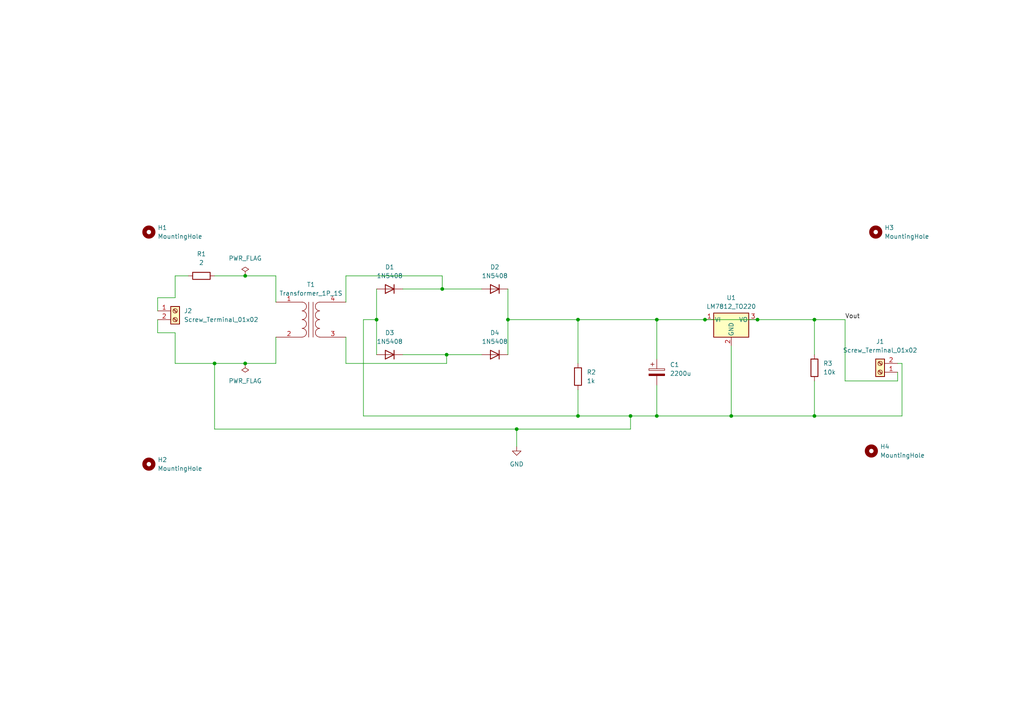
<source format=kicad_sch>
(kicad_sch
	(version 20231120)
	(generator "eeschema")
	(generator_version "8.0")
	(uuid "39f8357c-14c0-4025-bce6-8e27e204f544")
	(paper "A4")
	(title_block
		(title "12v POWER SUPPLY")
		(date "2024-08-02")
		(company "Institute of Radio Physics and Electronics; Calcutta University")
	)
	(lib_symbols
		(symbol "Connector:Screw_Terminal_01x02"
			(pin_names
				(offset 1.016) hide)
			(exclude_from_sim no)
			(in_bom yes)
			(on_board yes)
			(property "Reference" "J"
				(at 0 2.54 0)
				(effects
					(font
						(size 1.27 1.27)
					)
				)
			)
			(property "Value" "Screw_Terminal_01x02"
				(at 0 -5.08 0)
				(effects
					(font
						(size 1.27 1.27)
					)
				)
			)
			(property "Footprint" ""
				(at 0 0 0)
				(effects
					(font
						(size 1.27 1.27)
					)
					(hide yes)
				)
			)
			(property "Datasheet" "~"
				(at 0 0 0)
				(effects
					(font
						(size 1.27 1.27)
					)
					(hide yes)
				)
			)
			(property "Description" "Generic screw terminal, single row, 01x02, script generated (kicad-library-utils/schlib/autogen/connector/)"
				(at 0 0 0)
				(effects
					(font
						(size 1.27 1.27)
					)
					(hide yes)
				)
			)
			(property "ki_keywords" "screw terminal"
				(at 0 0 0)
				(effects
					(font
						(size 1.27 1.27)
					)
					(hide yes)
				)
			)
			(property "ki_fp_filters" "TerminalBlock*:*"
				(at 0 0 0)
				(effects
					(font
						(size 1.27 1.27)
					)
					(hide yes)
				)
			)
			(symbol "Screw_Terminal_01x02_1_1"
				(rectangle
					(start -1.27 1.27)
					(end 1.27 -3.81)
					(stroke
						(width 0.254)
						(type default)
					)
					(fill
						(type background)
					)
				)
				(circle
					(center 0 -2.54)
					(radius 0.635)
					(stroke
						(width 0.1524)
						(type default)
					)
					(fill
						(type none)
					)
				)
				(polyline
					(pts
						(xy -0.5334 -2.2098) (xy 0.3302 -3.048)
					)
					(stroke
						(width 0.1524)
						(type default)
					)
					(fill
						(type none)
					)
				)
				(polyline
					(pts
						(xy -0.5334 0.3302) (xy 0.3302 -0.508)
					)
					(stroke
						(width 0.1524)
						(type default)
					)
					(fill
						(type none)
					)
				)
				(polyline
					(pts
						(xy -0.3556 -2.032) (xy 0.508 -2.8702)
					)
					(stroke
						(width 0.1524)
						(type default)
					)
					(fill
						(type none)
					)
				)
				(polyline
					(pts
						(xy -0.3556 0.508) (xy 0.508 -0.3302)
					)
					(stroke
						(width 0.1524)
						(type default)
					)
					(fill
						(type none)
					)
				)
				(circle
					(center 0 0)
					(radius 0.635)
					(stroke
						(width 0.1524)
						(type default)
					)
					(fill
						(type none)
					)
				)
				(pin passive line
					(at -5.08 0 0)
					(length 3.81)
					(name "Pin_1"
						(effects
							(font
								(size 1.27 1.27)
							)
						)
					)
					(number "1"
						(effects
							(font
								(size 1.27 1.27)
							)
						)
					)
				)
				(pin passive line
					(at -5.08 -2.54 0)
					(length 3.81)
					(name "Pin_2"
						(effects
							(font
								(size 1.27 1.27)
							)
						)
					)
					(number "2"
						(effects
							(font
								(size 1.27 1.27)
							)
						)
					)
				)
			)
		)
		(symbol "Device:C_Polarized"
			(pin_numbers hide)
			(pin_names
				(offset 0.254)
			)
			(exclude_from_sim no)
			(in_bom yes)
			(on_board yes)
			(property "Reference" "C"
				(at 0.635 2.54 0)
				(effects
					(font
						(size 1.27 1.27)
					)
					(justify left)
				)
			)
			(property "Value" "C_Polarized"
				(at 0.635 -2.54 0)
				(effects
					(font
						(size 1.27 1.27)
					)
					(justify left)
				)
			)
			(property "Footprint" ""
				(at 0.9652 -3.81 0)
				(effects
					(font
						(size 1.27 1.27)
					)
					(hide yes)
				)
			)
			(property "Datasheet" "~"
				(at 0 0 0)
				(effects
					(font
						(size 1.27 1.27)
					)
					(hide yes)
				)
			)
			(property "Description" "Polarized capacitor"
				(at 0 0 0)
				(effects
					(font
						(size 1.27 1.27)
					)
					(hide yes)
				)
			)
			(property "ki_keywords" "cap capacitor"
				(at 0 0 0)
				(effects
					(font
						(size 1.27 1.27)
					)
					(hide yes)
				)
			)
			(property "ki_fp_filters" "CP_*"
				(at 0 0 0)
				(effects
					(font
						(size 1.27 1.27)
					)
					(hide yes)
				)
			)
			(symbol "C_Polarized_0_1"
				(rectangle
					(start -2.286 0.508)
					(end 2.286 1.016)
					(stroke
						(width 0)
						(type default)
					)
					(fill
						(type none)
					)
				)
				(polyline
					(pts
						(xy -1.778 2.286) (xy -0.762 2.286)
					)
					(stroke
						(width 0)
						(type default)
					)
					(fill
						(type none)
					)
				)
				(polyline
					(pts
						(xy -1.27 2.794) (xy -1.27 1.778)
					)
					(stroke
						(width 0)
						(type default)
					)
					(fill
						(type none)
					)
				)
				(rectangle
					(start 2.286 -0.508)
					(end -2.286 -1.016)
					(stroke
						(width 0)
						(type default)
					)
					(fill
						(type outline)
					)
				)
			)
			(symbol "C_Polarized_1_1"
				(pin passive line
					(at 0 3.81 270)
					(length 2.794)
					(name "~"
						(effects
							(font
								(size 1.27 1.27)
							)
						)
					)
					(number "1"
						(effects
							(font
								(size 1.27 1.27)
							)
						)
					)
				)
				(pin passive line
					(at 0 -3.81 90)
					(length 2.794)
					(name "~"
						(effects
							(font
								(size 1.27 1.27)
							)
						)
					)
					(number "2"
						(effects
							(font
								(size 1.27 1.27)
							)
						)
					)
				)
			)
		)
		(symbol "Device:R"
			(pin_numbers hide)
			(pin_names
				(offset 0)
			)
			(exclude_from_sim no)
			(in_bom yes)
			(on_board yes)
			(property "Reference" "R"
				(at 2.032 0 90)
				(effects
					(font
						(size 1.27 1.27)
					)
				)
			)
			(property "Value" "R"
				(at 0 0 90)
				(effects
					(font
						(size 1.27 1.27)
					)
				)
			)
			(property "Footprint" ""
				(at -1.778 0 90)
				(effects
					(font
						(size 1.27 1.27)
					)
					(hide yes)
				)
			)
			(property "Datasheet" "~"
				(at 0 0 0)
				(effects
					(font
						(size 1.27 1.27)
					)
					(hide yes)
				)
			)
			(property "Description" "Resistor"
				(at 0 0 0)
				(effects
					(font
						(size 1.27 1.27)
					)
					(hide yes)
				)
			)
			(property "ki_keywords" "R res resistor"
				(at 0 0 0)
				(effects
					(font
						(size 1.27 1.27)
					)
					(hide yes)
				)
			)
			(property "ki_fp_filters" "R_*"
				(at 0 0 0)
				(effects
					(font
						(size 1.27 1.27)
					)
					(hide yes)
				)
			)
			(symbol "R_0_1"
				(rectangle
					(start -1.016 -2.54)
					(end 1.016 2.54)
					(stroke
						(width 0.254)
						(type default)
					)
					(fill
						(type none)
					)
				)
			)
			(symbol "R_1_1"
				(pin passive line
					(at 0 3.81 270)
					(length 1.27)
					(name "~"
						(effects
							(font
								(size 1.27 1.27)
							)
						)
					)
					(number "1"
						(effects
							(font
								(size 1.27 1.27)
							)
						)
					)
				)
				(pin passive line
					(at 0 -3.81 90)
					(length 1.27)
					(name "~"
						(effects
							(font
								(size 1.27 1.27)
							)
						)
					)
					(number "2"
						(effects
							(font
								(size 1.27 1.27)
							)
						)
					)
				)
			)
		)
		(symbol "Device:Transformer_1P_1S"
			(pin_names
				(offset 1.016) hide)
			(exclude_from_sim no)
			(in_bom yes)
			(on_board yes)
			(property "Reference" "T"
				(at 0 6.35 0)
				(effects
					(font
						(size 1.27 1.27)
					)
				)
			)
			(property "Value" "Transformer_1P_1S"
				(at 0 -7.62 0)
				(effects
					(font
						(size 1.27 1.27)
					)
				)
			)
			(property "Footprint" ""
				(at 0 0 0)
				(effects
					(font
						(size 1.27 1.27)
					)
					(hide yes)
				)
			)
			(property "Datasheet" "~"
				(at 0 0 0)
				(effects
					(font
						(size 1.27 1.27)
					)
					(hide yes)
				)
			)
			(property "Description" "Transformer, single primary, single secondary"
				(at 0 0 0)
				(effects
					(font
						(size 1.27 1.27)
					)
					(hide yes)
				)
			)
			(property "ki_keywords" "transformer coil magnet"
				(at 0 0 0)
				(effects
					(font
						(size 1.27 1.27)
					)
					(hide yes)
				)
			)
			(symbol "Transformer_1P_1S_0_1"
				(arc
					(start -2.54 -5.0546)
					(mid -1.6599 -4.6901)
					(end -1.27 -3.81)
					(stroke
						(width 0)
						(type default)
					)
					(fill
						(type none)
					)
				)
				(arc
					(start -2.54 -2.5146)
					(mid -1.6599 -2.1501)
					(end -1.27 -1.27)
					(stroke
						(width 0)
						(type default)
					)
					(fill
						(type none)
					)
				)
				(arc
					(start -2.54 0.0254)
					(mid -1.6599 0.3899)
					(end -1.27 1.27)
					(stroke
						(width 0)
						(type default)
					)
					(fill
						(type none)
					)
				)
				(arc
					(start -2.54 2.5654)
					(mid -1.6599 2.9299)
					(end -1.27 3.81)
					(stroke
						(width 0)
						(type default)
					)
					(fill
						(type none)
					)
				)
				(arc
					(start -1.27 -3.81)
					(mid -1.642 -2.912)
					(end -2.54 -2.54)
					(stroke
						(width 0)
						(type default)
					)
					(fill
						(type none)
					)
				)
				(arc
					(start -1.27 -1.27)
					(mid -1.642 -0.372)
					(end -2.54 0)
					(stroke
						(width 0)
						(type default)
					)
					(fill
						(type none)
					)
				)
				(arc
					(start -1.27 1.27)
					(mid -1.642 2.168)
					(end -2.54 2.54)
					(stroke
						(width 0)
						(type default)
					)
					(fill
						(type none)
					)
				)
				(arc
					(start -1.27 3.81)
					(mid -1.642 4.708)
					(end -2.54 5.08)
					(stroke
						(width 0)
						(type default)
					)
					(fill
						(type none)
					)
				)
				(polyline
					(pts
						(xy -0.635 5.08) (xy -0.635 -5.08)
					)
					(stroke
						(width 0)
						(type default)
					)
					(fill
						(type none)
					)
				)
				(polyline
					(pts
						(xy 0.635 -5.08) (xy 0.635 5.08)
					)
					(stroke
						(width 0)
						(type default)
					)
					(fill
						(type none)
					)
				)
				(arc
					(start 1.2954 -1.27)
					(mid 1.6599 -2.1501)
					(end 2.54 -2.5146)
					(stroke
						(width 0)
						(type default)
					)
					(fill
						(type none)
					)
				)
				(arc
					(start 1.2954 1.27)
					(mid 1.6599 0.3899)
					(end 2.54 0.0254)
					(stroke
						(width 0)
						(type default)
					)
					(fill
						(type none)
					)
				)
				(arc
					(start 1.2954 3.81)
					(mid 1.6599 2.9299)
					(end 2.54 2.5654)
					(stroke
						(width 0)
						(type default)
					)
					(fill
						(type none)
					)
				)
				(arc
					(start 1.3208 -3.81)
					(mid 1.6853 -4.6901)
					(end 2.5654 -5.0546)
					(stroke
						(width 0)
						(type default)
					)
					(fill
						(type none)
					)
				)
				(arc
					(start 2.54 0)
					(mid 1.642 -0.372)
					(end 1.2954 -1.27)
					(stroke
						(width 0)
						(type default)
					)
					(fill
						(type none)
					)
				)
				(arc
					(start 2.54 2.54)
					(mid 1.642 2.168)
					(end 1.2954 1.27)
					(stroke
						(width 0)
						(type default)
					)
					(fill
						(type none)
					)
				)
				(arc
					(start 2.54 5.08)
					(mid 1.642 4.708)
					(end 1.2954 3.81)
					(stroke
						(width 0)
						(type default)
					)
					(fill
						(type none)
					)
				)
				(arc
					(start 2.5654 -2.54)
					(mid 1.6674 -2.912)
					(end 1.3208 -3.81)
					(stroke
						(width 0)
						(type default)
					)
					(fill
						(type none)
					)
				)
			)
			(symbol "Transformer_1P_1S_1_1"
				(pin passive line
					(at -10.16 5.08 0)
					(length 7.62)
					(name "AA"
						(effects
							(font
								(size 1.27 1.27)
							)
						)
					)
					(number "1"
						(effects
							(font
								(size 1.27 1.27)
							)
						)
					)
				)
				(pin passive line
					(at -10.16 -5.08 0)
					(length 7.62)
					(name "AB"
						(effects
							(font
								(size 1.27 1.27)
							)
						)
					)
					(number "2"
						(effects
							(font
								(size 1.27 1.27)
							)
						)
					)
				)
				(pin passive line
					(at 10.16 -5.08 180)
					(length 7.62)
					(name "SA"
						(effects
							(font
								(size 1.27 1.27)
							)
						)
					)
					(number "3"
						(effects
							(font
								(size 1.27 1.27)
							)
						)
					)
				)
				(pin passive line
					(at 10.16 5.08 180)
					(length 7.62)
					(name "SB"
						(effects
							(font
								(size 1.27 1.27)
							)
						)
					)
					(number "4"
						(effects
							(font
								(size 1.27 1.27)
							)
						)
					)
				)
			)
		)
		(symbol "Diode:1N5408"
			(pin_numbers hide)
			(pin_names hide)
			(exclude_from_sim no)
			(in_bom yes)
			(on_board yes)
			(property "Reference" "D"
				(at 0 2.54 0)
				(effects
					(font
						(size 1.27 1.27)
					)
				)
			)
			(property "Value" "1N5408"
				(at 0 -2.54 0)
				(effects
					(font
						(size 1.27 1.27)
					)
				)
			)
			(property "Footprint" "Diode_THT:D_DO-201AD_P15.24mm_Horizontal"
				(at 0 -4.445 0)
				(effects
					(font
						(size 1.27 1.27)
					)
					(hide yes)
				)
			)
			(property "Datasheet" "http://www.vishay.com/docs/88516/1n5400.pdf"
				(at 0 0 0)
				(effects
					(font
						(size 1.27 1.27)
					)
					(hide yes)
				)
			)
			(property "Description" "1000V 3A General Purpose Rectifier Diode, DO-201AD"
				(at 0 0 0)
				(effects
					(font
						(size 1.27 1.27)
					)
					(hide yes)
				)
			)
			(property "Sim.Device" "D"
				(at 0 0 0)
				(effects
					(font
						(size 1.27 1.27)
					)
					(hide yes)
				)
			)
			(property "Sim.Pins" "1=K 2=A"
				(at 0 0 0)
				(effects
					(font
						(size 1.27 1.27)
					)
					(hide yes)
				)
			)
			(property "ki_keywords" "diode"
				(at 0 0 0)
				(effects
					(font
						(size 1.27 1.27)
					)
					(hide yes)
				)
			)
			(property "ki_fp_filters" "D*DO?201AD*"
				(at 0 0 0)
				(effects
					(font
						(size 1.27 1.27)
					)
					(hide yes)
				)
			)
			(symbol "1N5408_0_1"
				(polyline
					(pts
						(xy -1.27 1.27) (xy -1.27 -1.27)
					)
					(stroke
						(width 0.254)
						(type default)
					)
					(fill
						(type none)
					)
				)
				(polyline
					(pts
						(xy 1.27 0) (xy -1.27 0)
					)
					(stroke
						(width 0)
						(type default)
					)
					(fill
						(type none)
					)
				)
				(polyline
					(pts
						(xy 1.27 1.27) (xy 1.27 -1.27) (xy -1.27 0) (xy 1.27 1.27)
					)
					(stroke
						(width 0.254)
						(type default)
					)
					(fill
						(type none)
					)
				)
			)
			(symbol "1N5408_1_1"
				(pin passive line
					(at -3.81 0 0)
					(length 2.54)
					(name "K"
						(effects
							(font
								(size 1.27 1.27)
							)
						)
					)
					(number "1"
						(effects
							(font
								(size 1.27 1.27)
							)
						)
					)
				)
				(pin passive line
					(at 3.81 0 180)
					(length 2.54)
					(name "A"
						(effects
							(font
								(size 1.27 1.27)
							)
						)
					)
					(number "2"
						(effects
							(font
								(size 1.27 1.27)
							)
						)
					)
				)
			)
		)
		(symbol "Mechanical:MountingHole"
			(pin_names
				(offset 1.016)
			)
			(exclude_from_sim yes)
			(in_bom no)
			(on_board yes)
			(property "Reference" "H"
				(at 0 5.08 0)
				(effects
					(font
						(size 1.27 1.27)
					)
				)
			)
			(property "Value" "MountingHole"
				(at 0 3.175 0)
				(effects
					(font
						(size 1.27 1.27)
					)
				)
			)
			(property "Footprint" ""
				(at 0 0 0)
				(effects
					(font
						(size 1.27 1.27)
					)
					(hide yes)
				)
			)
			(property "Datasheet" "~"
				(at 0 0 0)
				(effects
					(font
						(size 1.27 1.27)
					)
					(hide yes)
				)
			)
			(property "Description" "Mounting Hole without connection"
				(at 0 0 0)
				(effects
					(font
						(size 1.27 1.27)
					)
					(hide yes)
				)
			)
			(property "ki_keywords" "mounting hole"
				(at 0 0 0)
				(effects
					(font
						(size 1.27 1.27)
					)
					(hide yes)
				)
			)
			(property "ki_fp_filters" "MountingHole*"
				(at 0 0 0)
				(effects
					(font
						(size 1.27 1.27)
					)
					(hide yes)
				)
			)
			(symbol "MountingHole_0_1"
				(circle
					(center 0 0)
					(radius 1.27)
					(stroke
						(width 1.27)
						(type default)
					)
					(fill
						(type none)
					)
				)
			)
		)
		(symbol "Regulator_Linear:LM7812_TO220"
			(pin_names
				(offset 0.254)
			)
			(exclude_from_sim no)
			(in_bom yes)
			(on_board yes)
			(property "Reference" "U"
				(at -3.81 3.175 0)
				(effects
					(font
						(size 1.27 1.27)
					)
				)
			)
			(property "Value" "LM7812_TO220"
				(at 0 3.175 0)
				(effects
					(font
						(size 1.27 1.27)
					)
					(justify left)
				)
			)
			(property "Footprint" "Package_TO_SOT_THT:TO-220-3_Vertical"
				(at 0 5.715 0)
				(effects
					(font
						(size 1.27 1.27)
						(italic yes)
					)
					(hide yes)
				)
			)
			(property "Datasheet" "https://www.onsemi.cn/PowerSolutions/document/MC7800-D.PDF"
				(at 0 -1.27 0)
				(effects
					(font
						(size 1.27 1.27)
					)
					(hide yes)
				)
			)
			(property "Description" "Positive 1A 35V Linear Regulator, Fixed Output 12V, TO-220"
				(at 0 0 0)
				(effects
					(font
						(size 1.27 1.27)
					)
					(hide yes)
				)
			)
			(property "ki_keywords" "Voltage Regulator 1A Positive"
				(at 0 0 0)
				(effects
					(font
						(size 1.27 1.27)
					)
					(hide yes)
				)
			)
			(property "ki_fp_filters" "TO?220*"
				(at 0 0 0)
				(effects
					(font
						(size 1.27 1.27)
					)
					(hide yes)
				)
			)
			(symbol "LM7812_TO220_0_1"
				(rectangle
					(start -5.08 1.905)
					(end 5.08 -5.08)
					(stroke
						(width 0.254)
						(type default)
					)
					(fill
						(type background)
					)
				)
			)
			(symbol "LM7812_TO220_1_1"
				(pin power_in line
					(at -7.62 0 0)
					(length 2.54)
					(name "VI"
						(effects
							(font
								(size 1.27 1.27)
							)
						)
					)
					(number "1"
						(effects
							(font
								(size 1.27 1.27)
							)
						)
					)
				)
				(pin power_in line
					(at 0 -7.62 90)
					(length 2.54)
					(name "GND"
						(effects
							(font
								(size 1.27 1.27)
							)
						)
					)
					(number "2"
						(effects
							(font
								(size 1.27 1.27)
							)
						)
					)
				)
				(pin power_out line
					(at 7.62 0 180)
					(length 2.54)
					(name "VO"
						(effects
							(font
								(size 1.27 1.27)
							)
						)
					)
					(number "3"
						(effects
							(font
								(size 1.27 1.27)
							)
						)
					)
				)
			)
		)
		(symbol "power:GND"
			(power)
			(pin_numbers hide)
			(pin_names
				(offset 0) hide)
			(exclude_from_sim no)
			(in_bom yes)
			(on_board yes)
			(property "Reference" "#PWR"
				(at 0 -6.35 0)
				(effects
					(font
						(size 1.27 1.27)
					)
					(hide yes)
				)
			)
			(property "Value" "GND"
				(at 0 -3.81 0)
				(effects
					(font
						(size 1.27 1.27)
					)
				)
			)
			(property "Footprint" ""
				(at 0 0 0)
				(effects
					(font
						(size 1.27 1.27)
					)
					(hide yes)
				)
			)
			(property "Datasheet" ""
				(at 0 0 0)
				(effects
					(font
						(size 1.27 1.27)
					)
					(hide yes)
				)
			)
			(property "Description" "Power symbol creates a global label with name \"GND\" , ground"
				(at 0 0 0)
				(effects
					(font
						(size 1.27 1.27)
					)
					(hide yes)
				)
			)
			(property "ki_keywords" "global power"
				(at 0 0 0)
				(effects
					(font
						(size 1.27 1.27)
					)
					(hide yes)
				)
			)
			(symbol "GND_0_1"
				(polyline
					(pts
						(xy 0 0) (xy 0 -1.27) (xy 1.27 -1.27) (xy 0 -2.54) (xy -1.27 -1.27) (xy 0 -1.27)
					)
					(stroke
						(width 0)
						(type default)
					)
					(fill
						(type none)
					)
				)
			)
			(symbol "GND_1_1"
				(pin power_in line
					(at 0 0 270)
					(length 0)
					(name "~"
						(effects
							(font
								(size 1.27 1.27)
							)
						)
					)
					(number "1"
						(effects
							(font
								(size 1.27 1.27)
							)
						)
					)
				)
			)
		)
		(symbol "power:PWR_FLAG"
			(power)
			(pin_numbers hide)
			(pin_names
				(offset 0) hide)
			(exclude_from_sim no)
			(in_bom yes)
			(on_board yes)
			(property "Reference" "#FLG"
				(at 0 1.905 0)
				(effects
					(font
						(size 1.27 1.27)
					)
					(hide yes)
				)
			)
			(property "Value" "PWR_FLAG"
				(at 0 3.81 0)
				(effects
					(font
						(size 1.27 1.27)
					)
				)
			)
			(property "Footprint" ""
				(at 0 0 0)
				(effects
					(font
						(size 1.27 1.27)
					)
					(hide yes)
				)
			)
			(property "Datasheet" "~"
				(at 0 0 0)
				(effects
					(font
						(size 1.27 1.27)
					)
					(hide yes)
				)
			)
			(property "Description" "Special symbol for telling ERC where power comes from"
				(at 0 0 0)
				(effects
					(font
						(size 1.27 1.27)
					)
					(hide yes)
				)
			)
			(property "ki_keywords" "flag power"
				(at 0 0 0)
				(effects
					(font
						(size 1.27 1.27)
					)
					(hide yes)
				)
			)
			(symbol "PWR_FLAG_0_0"
				(pin power_out line
					(at 0 0 90)
					(length 0)
					(name "~"
						(effects
							(font
								(size 1.27 1.27)
							)
						)
					)
					(number "1"
						(effects
							(font
								(size 1.27 1.27)
							)
						)
					)
				)
			)
			(symbol "PWR_FLAG_0_1"
				(polyline
					(pts
						(xy 0 0) (xy 0 1.27) (xy -1.016 1.905) (xy 0 2.54) (xy 1.016 1.905) (xy 0 1.27)
					)
					(stroke
						(width 0)
						(type default)
					)
					(fill
						(type none)
					)
				)
			)
		)
	)
	(junction
		(at 236.22 92.71)
		(diameter 0)
		(color 0 0 0 0)
		(uuid "0b3eb17b-b201-477d-830b-896e66f40e64")
	)
	(junction
		(at 128.27 83.82)
		(diameter 0)
		(color 0 0 0 0)
		(uuid "0b5718eb-215e-4293-b09e-732f98e995a0")
	)
	(junction
		(at 71.12 80.01)
		(diameter 0)
		(color 0 0 0 0)
		(uuid "154369ed-4978-4114-905d-7229dd85ef9e")
	)
	(junction
		(at 167.64 120.65)
		(diameter 0)
		(color 0 0 0 0)
		(uuid "2c142300-b16e-45a6-9a05-8be7ece4c10f")
	)
	(junction
		(at 219.71 92.71)
		(diameter 0)
		(color 0 0 0 0)
		(uuid "30891710-2f50-4065-9f11-caaef809aeed")
	)
	(junction
		(at 236.22 120.65)
		(diameter 0)
		(color 0 0 0 0)
		(uuid "33449a80-56ff-4a63-b047-3b26f42ca2af")
	)
	(junction
		(at 212.09 120.65)
		(diameter 0)
		(color 0 0 0 0)
		(uuid "344ac10f-31f1-4677-b0aa-53a64a4e49b7")
	)
	(junction
		(at 109.22 92.71)
		(diameter 0)
		(color 0 0 0 0)
		(uuid "4528aee8-dc47-41d3-a4aa-47def9465c61")
	)
	(junction
		(at 129.54 102.87)
		(diameter 0)
		(color 0 0 0 0)
		(uuid "8edd1a0a-f4d4-40d9-b2c3-46133a4f50ad")
	)
	(junction
		(at 204.47 92.71)
		(diameter 0)
		(color 0 0 0 0)
		(uuid "99fb410d-9daf-438e-94ca-07df1a86ec74")
	)
	(junction
		(at 190.5 92.71)
		(diameter 0)
		(color 0 0 0 0)
		(uuid "9d8137af-250e-4a49-9ffa-f8936e96024e")
	)
	(junction
		(at 190.5 120.65)
		(diameter 0)
		(color 0 0 0 0)
		(uuid "9e763fbe-ce5e-43ac-9ea6-edb5223cc2cf")
	)
	(junction
		(at 167.64 92.71)
		(diameter 0)
		(color 0 0 0 0)
		(uuid "a18a3c70-6962-4c13-abd1-2765f71b6ee9")
	)
	(junction
		(at 182.88 120.65)
		(diameter 0)
		(color 0 0 0 0)
		(uuid "a7027619-5837-4acd-a94d-fee171c01935")
	)
	(junction
		(at 149.86 124.46)
		(diameter 0)
		(color 0 0 0 0)
		(uuid "c575db53-4264-40f3-8bbb-a37bd040b015")
	)
	(junction
		(at 71.12 105.41)
		(diameter 0)
		(color 0 0 0 0)
		(uuid "eee4f6f9-4cbc-4452-952f-b41b977eca9d")
	)
	(junction
		(at 62.23 105.41)
		(diameter 0)
		(color 0 0 0 0)
		(uuid "f35e00eb-53e1-4967-8fed-505277f8fdc8")
	)
	(junction
		(at 147.32 92.71)
		(diameter 0)
		(color 0 0 0 0)
		(uuid "ff0f0672-4373-4c27-a26b-edda19def784")
	)
	(wire
		(pts
			(xy 50.8 80.01) (xy 50.8 86.36)
		)
		(stroke
			(width 0)
			(type default)
		)
		(uuid "05d5ee23-da78-4656-a126-a3d2fe7f202c")
	)
	(wire
		(pts
			(xy 71.12 105.41) (xy 80.01 105.41)
		)
		(stroke
			(width 0)
			(type default)
		)
		(uuid "0abda899-7c24-4a40-a3bc-cbbfcee6b34c")
	)
	(wire
		(pts
			(xy 167.64 120.65) (xy 182.88 120.65)
		)
		(stroke
			(width 0)
			(type default)
		)
		(uuid "13859547-3134-494a-8304-02c0a1a50bd9")
	)
	(wire
		(pts
			(xy 167.64 92.71) (xy 190.5 92.71)
		)
		(stroke
			(width 0)
			(type default)
		)
		(uuid "156bc41f-5694-4ee7-846f-e60d152b05bf")
	)
	(wire
		(pts
			(xy 45.72 96.52) (xy 50.8 96.52)
		)
		(stroke
			(width 0)
			(type default)
		)
		(uuid "1660f2b3-dd89-4d3d-8f11-1be2b49dbfcf")
	)
	(wire
		(pts
			(xy 260.35 110.49) (xy 260.35 107.95)
		)
		(stroke
			(width 0)
			(type default)
		)
		(uuid "193e909e-0ec3-4ffb-a61e-8fc2a6c2db7c")
	)
	(wire
		(pts
			(xy 45.72 86.36) (xy 50.8 86.36)
		)
		(stroke
			(width 0)
			(type default)
		)
		(uuid "2566c97d-4964-4f11-b3eb-a81858706f78")
	)
	(wire
		(pts
			(xy 190.5 92.71) (xy 204.47 92.71)
		)
		(stroke
			(width 0)
			(type default)
		)
		(uuid "28a21e3b-c91a-46ee-8aba-d8f80ef0d355")
	)
	(wire
		(pts
			(xy 62.23 105.41) (xy 71.12 105.41)
		)
		(stroke
			(width 0)
			(type default)
		)
		(uuid "28d34f3b-46cf-46d9-908a-992519c9a870")
	)
	(wire
		(pts
			(xy 261.62 120.65) (xy 261.62 105.41)
		)
		(stroke
			(width 0)
			(type default)
		)
		(uuid "29b54f20-8dbb-4bb7-9788-5b4587240e97")
	)
	(wire
		(pts
			(xy 62.23 105.41) (xy 62.23 124.46)
		)
		(stroke
			(width 0)
			(type default)
		)
		(uuid "2aead7a0-3c1a-4860-94dc-c1a784fcbb0f")
	)
	(wire
		(pts
			(xy 62.23 124.46) (xy 149.86 124.46)
		)
		(stroke
			(width 0)
			(type default)
		)
		(uuid "2dbb261d-d2c6-478c-b418-0524c128f4eb")
	)
	(wire
		(pts
			(xy 236.22 120.65) (xy 261.62 120.65)
		)
		(stroke
			(width 0)
			(type default)
		)
		(uuid "2f4c0cdc-612c-496b-977f-7258719000e7")
	)
	(wire
		(pts
			(xy 212.09 100.33) (xy 212.09 120.65)
		)
		(stroke
			(width 0)
			(type default)
		)
		(uuid "31295bba-9929-4274-b40f-aad9c6032917")
	)
	(wire
		(pts
			(xy 219.71 92.71) (xy 236.22 92.71)
		)
		(stroke
			(width 0)
			(type default)
		)
		(uuid "37df5da1-00c6-4176-ad53-8f425d1f225e")
	)
	(wire
		(pts
			(xy 204.47 92.71) (xy 219.71 92.71)
		)
		(stroke
			(width 0)
			(type default)
		)
		(uuid "39391514-3a63-4968-ad23-60a899ce1974")
	)
	(wire
		(pts
			(xy 80.01 97.79) (xy 80.01 105.41)
		)
		(stroke
			(width 0)
			(type default)
		)
		(uuid "3b8e00f3-1b32-4809-a81e-90423f062b23")
	)
	(wire
		(pts
			(xy 109.22 102.87) (xy 109.22 92.71)
		)
		(stroke
			(width 0)
			(type default)
		)
		(uuid "3c608943-09ee-4a83-b9ce-46e575d1582b")
	)
	(wire
		(pts
			(xy 54.61 80.01) (xy 50.8 80.01)
		)
		(stroke
			(width 0)
			(type default)
		)
		(uuid "3f2c064a-1296-480f-88b5-1633f087c699")
	)
	(wire
		(pts
			(xy 105.41 92.71) (xy 105.41 120.65)
		)
		(stroke
			(width 0)
			(type default)
		)
		(uuid "4d167068-6a18-4621-aed3-331441b121d4")
	)
	(wire
		(pts
			(xy 261.62 105.41) (xy 260.35 105.41)
		)
		(stroke
			(width 0)
			(type default)
		)
		(uuid "4f25a1b5-fe0c-40b2-9a4f-5b42f6ea2a48")
	)
	(wire
		(pts
			(xy 45.72 92.71) (xy 45.72 96.52)
		)
		(stroke
			(width 0)
			(type default)
		)
		(uuid "55545fcf-583f-4605-82ce-3a4ecb86040e")
	)
	(wire
		(pts
			(xy 245.11 110.49) (xy 260.35 110.49)
		)
		(stroke
			(width 0)
			(type default)
		)
		(uuid "56a13ada-4a68-42ca-95b0-70f52a6b60a2")
	)
	(wire
		(pts
			(xy 45.72 90.17) (xy 45.72 86.36)
		)
		(stroke
			(width 0)
			(type default)
		)
		(uuid "58f036ca-dc15-4d5b-8484-58b708bfdded")
	)
	(wire
		(pts
			(xy 71.12 80.01) (xy 80.01 80.01)
		)
		(stroke
			(width 0)
			(type default)
		)
		(uuid "60e6ae94-7912-4cf1-9f27-2c39b3c94744")
	)
	(wire
		(pts
			(xy 212.09 120.65) (xy 236.22 120.65)
		)
		(stroke
			(width 0)
			(type default)
		)
		(uuid "6176867a-13bf-4da6-95f2-f61633f83e19")
	)
	(wire
		(pts
			(xy 100.33 80.01) (xy 128.27 80.01)
		)
		(stroke
			(width 0)
			(type default)
		)
		(uuid "64feb898-1cd8-4f62-96bc-0d6d76bf196e")
	)
	(wire
		(pts
			(xy 167.64 113.03) (xy 167.64 120.65)
		)
		(stroke
			(width 0)
			(type default)
		)
		(uuid "696198f0-bf46-4dad-820e-76c5f07b0bcf")
	)
	(wire
		(pts
			(xy 116.84 102.87) (xy 129.54 102.87)
		)
		(stroke
			(width 0)
			(type default)
		)
		(uuid "6b4a46ce-2f73-4455-8cd8-2f23c9fb690f")
	)
	(wire
		(pts
			(xy 245.11 92.71) (xy 245.11 110.49)
		)
		(stroke
			(width 0)
			(type default)
		)
		(uuid "6d2cd791-b5aa-4c4f-a0ff-81738dd939b8")
	)
	(wire
		(pts
			(xy 236.22 92.71) (xy 245.11 92.71)
		)
		(stroke
			(width 0)
			(type default)
		)
		(uuid "6fded1a5-8c50-42f6-9e01-6b774890644e")
	)
	(wire
		(pts
			(xy 128.27 83.82) (xy 128.27 80.01)
		)
		(stroke
			(width 0)
			(type default)
		)
		(uuid "73ce75ba-5152-442f-9351-3bb2a9cc376c")
	)
	(wire
		(pts
			(xy 190.5 92.71) (xy 190.5 104.14)
		)
		(stroke
			(width 0)
			(type default)
		)
		(uuid "79d90e15-a27e-4a5d-b5a0-42bdf558cbb2")
	)
	(wire
		(pts
			(xy 147.32 92.71) (xy 147.32 102.87)
		)
		(stroke
			(width 0)
			(type default)
		)
		(uuid "7b46c862-d1d4-4475-bd75-b79a16438d3e")
	)
	(wire
		(pts
			(xy 128.27 83.82) (xy 139.7 83.82)
		)
		(stroke
			(width 0)
			(type default)
		)
		(uuid "7c42e30d-3583-4722-a492-45f34c77462c")
	)
	(wire
		(pts
			(xy 190.5 111.76) (xy 190.5 120.65)
		)
		(stroke
			(width 0)
			(type default)
		)
		(uuid "7eec668c-1435-426c-b3b3-b6e11e4a40a3")
	)
	(wire
		(pts
			(xy 71.12 80.01) (xy 62.23 80.01)
		)
		(stroke
			(width 0)
			(type default)
		)
		(uuid "80f372c1-b5fc-4c80-96f1-8a4e7f6d2602")
	)
	(wire
		(pts
			(xy 236.22 92.71) (xy 236.22 102.87)
		)
		(stroke
			(width 0)
			(type default)
		)
		(uuid "82a12afe-cf47-42f2-9d72-c9def34bd801")
	)
	(wire
		(pts
			(xy 167.64 105.41) (xy 167.64 92.71)
		)
		(stroke
			(width 0)
			(type default)
		)
		(uuid "84072d77-61b0-47da-9b1c-c89fc7cc8205")
	)
	(wire
		(pts
			(xy 182.88 120.65) (xy 190.5 120.65)
		)
		(stroke
			(width 0)
			(type default)
		)
		(uuid "84c98fdf-594f-4d27-95a8-53766ea0550c")
	)
	(wire
		(pts
			(xy 80.01 80.01) (xy 80.01 87.63)
		)
		(stroke
			(width 0)
			(type default)
		)
		(uuid "9433561e-91ed-4609-a608-9fe84a51a4ec")
	)
	(wire
		(pts
			(xy 100.33 105.41) (xy 129.54 105.41)
		)
		(stroke
			(width 0)
			(type default)
		)
		(uuid "9d6c832c-e56e-465d-b14f-8886eee47229")
	)
	(wire
		(pts
			(xy 129.54 102.87) (xy 129.54 105.41)
		)
		(stroke
			(width 0)
			(type default)
		)
		(uuid "a2bbb1ae-fc8b-42b6-b127-6ee7685355b5")
	)
	(wire
		(pts
			(xy 182.88 124.46) (xy 182.88 120.65)
		)
		(stroke
			(width 0)
			(type default)
		)
		(uuid "b2a671af-ff4c-43b2-b95a-2b955408f555")
	)
	(wire
		(pts
			(xy 105.41 120.65) (xy 167.64 120.65)
		)
		(stroke
			(width 0)
			(type default)
		)
		(uuid "b8ab8591-4d54-45ea-96ea-91c8027715d8")
	)
	(wire
		(pts
			(xy 50.8 105.41) (xy 62.23 105.41)
		)
		(stroke
			(width 0)
			(type default)
		)
		(uuid "b92e93f3-bef2-43d3-90c1-3559ca471eef")
	)
	(wire
		(pts
			(xy 149.86 124.46) (xy 182.88 124.46)
		)
		(stroke
			(width 0)
			(type default)
		)
		(uuid "ba00c975-2753-40e8-9f59-41983ae75485")
	)
	(wire
		(pts
			(xy 147.32 83.82) (xy 147.32 92.71)
		)
		(stroke
			(width 0)
			(type default)
		)
		(uuid "ba83ebb6-b10d-4ee0-ae10-7c8ac024a64b")
	)
	(wire
		(pts
			(xy 50.8 96.52) (xy 50.8 105.41)
		)
		(stroke
			(width 0)
			(type default)
		)
		(uuid "c1b14d0c-1548-4a58-ac82-d7a53a84ca3b")
	)
	(wire
		(pts
			(xy 147.32 92.71) (xy 167.64 92.71)
		)
		(stroke
			(width 0)
			(type default)
		)
		(uuid "c458c940-9336-4dfa-920c-754d53db7258")
	)
	(wire
		(pts
			(xy 109.22 92.71) (xy 109.22 83.82)
		)
		(stroke
			(width 0)
			(type default)
		)
		(uuid "d5883358-e2d9-486a-832c-117fdc25b1fd")
	)
	(wire
		(pts
			(xy 236.22 110.49) (xy 236.22 120.65)
		)
		(stroke
			(width 0)
			(type default)
		)
		(uuid "e27289b0-be6c-4b02-afbd-a7848b2ee71f")
	)
	(wire
		(pts
			(xy 149.86 124.46) (xy 149.86 129.54)
		)
		(stroke
			(width 0)
			(type default)
		)
		(uuid "ed0d0585-a36e-44b8-8806-4d9560b1c97e")
	)
	(wire
		(pts
			(xy 129.54 102.87) (xy 139.7 102.87)
		)
		(stroke
			(width 0)
			(type default)
		)
		(uuid "f4127419-08e3-4111-92c1-92e963e2d427")
	)
	(wire
		(pts
			(xy 190.5 120.65) (xy 212.09 120.65)
		)
		(stroke
			(width 0)
			(type default)
		)
		(uuid "f4357dbd-e991-46b5-a6b3-ac4156a3a2a7")
	)
	(wire
		(pts
			(xy 100.33 80.01) (xy 100.33 87.63)
		)
		(stroke
			(width 0)
			(type default)
		)
		(uuid "f60b71ca-562b-4c98-88de-efd4c241def5")
	)
	(wire
		(pts
			(xy 116.84 83.82) (xy 128.27 83.82)
		)
		(stroke
			(width 0)
			(type default)
		)
		(uuid "f8a69f97-140f-42f1-aac2-d04a3ee65727")
	)
	(wire
		(pts
			(xy 100.33 97.79) (xy 100.33 105.41)
		)
		(stroke
			(width 0)
			(type default)
		)
		(uuid "fb6dc3b6-c5ff-4e97-b5a9-988aa3a03c5e")
	)
	(wire
		(pts
			(xy 109.22 92.71) (xy 105.41 92.71)
		)
		(stroke
			(width 0)
			(type default)
		)
		(uuid "ffb65c88-8904-49f8-927b-6626157690cf")
	)
	(label "Vout"
		(at 245.11 92.71 0)
		(fields_autoplaced yes)
		(effects
			(font
				(size 1.27 1.27)
			)
			(justify left bottom)
		)
		(uuid "40fb5e20-a9b1-4a19-819d-f75ea5d4fbfc")
	)
	(symbol
		(lib_id "Diode:1N5408")
		(at 113.03 83.82 180)
		(unit 1)
		(exclude_from_sim no)
		(in_bom yes)
		(on_board yes)
		(dnp no)
		(uuid "0eef246d-b903-401e-bb09-17a3bfa68217")
		(property "Reference" "D1"
			(at 113.03 77.47 0)
			(effects
				(font
					(size 1.27 1.27)
				)
			)
		)
		(property "Value" "1N5408"
			(at 113.03 80.01 0)
			(effects
				(font
					(size 1.27 1.27)
				)
			)
		)
		(property "Footprint" "Diode_THT:D_DO-201AD_P15.24mm_Horizontal"
			(at 113.03 79.375 0)
			(effects
				(font
					(size 1.27 1.27)
				)
				(hide yes)
			)
		)
		(property "Datasheet" "http://www.vishay.com/docs/88516/1n5400.pdf"
			(at 113.03 83.82 0)
			(effects
				(font
					(size 1.27 1.27)
				)
				(hide yes)
			)
		)
		(property "Description" "1000V 3A General Purpose Rectifier Diode, DO-201AD"
			(at 113.03 83.82 0)
			(effects
				(font
					(size 1.27 1.27)
				)
				(hide yes)
			)
		)
		(property "Sim.Device" "D"
			(at 113.03 83.82 0)
			(effects
				(font
					(size 1.27 1.27)
				)
				(hide yes)
			)
		)
		(property "Sim.Pins" "1=K 2=A"
			(at 113.03 83.82 0)
			(effects
				(font
					(size 1.27 1.27)
				)
				(hide yes)
			)
		)
		(pin "1"
			(uuid "b1e5cc32-2469-4bdd-93e2-42f27ac9d6a3")
		)
		(pin "2"
			(uuid "9424c5e5-c61f-4181-9f88-289a73325668")
		)
		(instances
			(project ""
				(path "/39f8357c-14c0-4025-bce6-8e27e204f544"
					(reference "D1")
					(unit 1)
				)
			)
		)
	)
	(symbol
		(lib_id "Regulator_Linear:LM7812_TO220")
		(at 212.09 92.71 0)
		(unit 1)
		(exclude_from_sim no)
		(in_bom yes)
		(on_board yes)
		(dnp no)
		(fields_autoplaced yes)
		(uuid "114eba97-d440-4b7d-80f8-56f919f9cdd9")
		(property "Reference" "U1"
			(at 212.09 86.36 0)
			(effects
				(font
					(size 1.27 1.27)
				)
			)
		)
		(property "Value" "LM7812_TO220"
			(at 212.09 88.9 0)
			(effects
				(font
					(size 1.27 1.27)
				)
			)
		)
		(property "Footprint" "Package_TO_SOT_THT:TO-220-3_Vertical"
			(at 212.09 86.995 0)
			(effects
				(font
					(size 1.27 1.27)
					(italic yes)
				)
				(hide yes)
			)
		)
		(property "Datasheet" "https://www.onsemi.cn/PowerSolutions/document/MC7800-D.PDF"
			(at 212.09 93.98 0)
			(effects
				(font
					(size 1.27 1.27)
				)
				(hide yes)
			)
		)
		(property "Description" "Positive 1A 35V Linear Regulator, Fixed Output 12V, TO-220"
			(at 212.09 92.71 0)
			(effects
				(font
					(size 1.27 1.27)
				)
				(hide yes)
			)
		)
		(pin "3"
			(uuid "9d24f9c8-8192-4e85-aadd-fa441331a76c")
		)
		(pin "2"
			(uuid "37c2a6a3-e9fa-4d5a-acaa-697901297fc3")
		)
		(pin "1"
			(uuid "e8aac354-cbef-42a5-8b09-ec6af65ecb6f")
		)
		(instances
			(project ""
				(path "/39f8357c-14c0-4025-bce6-8e27e204f544"
					(reference "U1")
					(unit 1)
				)
			)
		)
	)
	(symbol
		(lib_id "Device:C_Polarized")
		(at 190.5 107.95 0)
		(unit 1)
		(exclude_from_sim no)
		(in_bom yes)
		(on_board yes)
		(dnp no)
		(fields_autoplaced yes)
		(uuid "132760f3-e3f0-4e09-9555-2bed83c5d934")
		(property "Reference" "C1"
			(at 194.31 105.7909 0)
			(effects
				(font
					(size 1.27 1.27)
				)
				(justify left)
			)
		)
		(property "Value" "2200u"
			(at 194.31 108.3309 0)
			(effects
				(font
					(size 1.27 1.27)
				)
				(justify left)
			)
		)
		(property "Footprint" "Capacitor_THT:CP_Radial_D8.0mm_P3.50mm"
			(at 191.4652 111.76 0)
			(effects
				(font
					(size 1.27 1.27)
				)
				(hide yes)
			)
		)
		(property "Datasheet" "~"
			(at 190.5 107.95 0)
			(effects
				(font
					(size 1.27 1.27)
				)
				(hide yes)
			)
		)
		(property "Description" "Polarized capacitor"
			(at 190.5 107.95 0)
			(effects
				(font
					(size 1.27 1.27)
				)
				(hide yes)
			)
		)
		(pin "1"
			(uuid "0ac57466-622a-43a2-9e81-e2255dc3c27e")
		)
		(pin "2"
			(uuid "d0d799b2-daf0-46bf-b5e3-14c4775ea404")
		)
		(instances
			(project ""
				(path "/39f8357c-14c0-4025-bce6-8e27e204f544"
					(reference "C1")
					(unit 1)
				)
			)
		)
	)
	(symbol
		(lib_id "power:PWR_FLAG")
		(at 71.12 80.01 0)
		(unit 1)
		(exclude_from_sim no)
		(in_bom yes)
		(on_board yes)
		(dnp no)
		(fields_autoplaced yes)
		(uuid "153690a9-2642-424f-a069-752d1870a466")
		(property "Reference" "#FLG01"
			(at 71.12 78.105 0)
			(effects
				(font
					(size 1.27 1.27)
				)
				(hide yes)
			)
		)
		(property "Value" "PWR_FLAG"
			(at 71.12 74.93 0)
			(effects
				(font
					(size 1.27 1.27)
				)
			)
		)
		(property "Footprint" ""
			(at 71.12 80.01 0)
			(effects
				(font
					(size 1.27 1.27)
				)
				(hide yes)
			)
		)
		(property "Datasheet" "~"
			(at 71.12 80.01 0)
			(effects
				(font
					(size 1.27 1.27)
				)
				(hide yes)
			)
		)
		(property "Description" "Special symbol for telling ERC where power comes from"
			(at 71.12 80.01 0)
			(effects
				(font
					(size 1.27 1.27)
				)
				(hide yes)
			)
		)
		(pin "1"
			(uuid "2db9a6e7-6791-44f8-8c55-22eea65a4a54")
		)
		(instances
			(project ""
				(path "/39f8357c-14c0-4025-bce6-8e27e204f544"
					(reference "#FLG01")
					(unit 1)
				)
			)
		)
	)
	(symbol
		(lib_id "Connector:Screw_Terminal_01x02")
		(at 50.8 90.17 0)
		(unit 1)
		(exclude_from_sim no)
		(in_bom yes)
		(on_board yes)
		(dnp no)
		(fields_autoplaced yes)
		(uuid "1d392e89-1a3f-4b4f-b339-9287979d1789")
		(property "Reference" "J2"
			(at 53.34 90.1699 0)
			(effects
				(font
					(size 1.27 1.27)
				)
				(justify left)
			)
		)
		(property "Value" "Screw_Terminal_01x02"
			(at 53.34 92.7099 0)
			(effects
				(font
					(size 1.27 1.27)
				)
				(justify left)
			)
		)
		(property "Footprint" "TerminalBlock:TerminalBlock_bornier-2_P5.08mm"
			(at 50.8 90.17 0)
			(effects
				(font
					(size 1.27 1.27)
				)
				(hide yes)
			)
		)
		(property "Datasheet" "~"
			(at 50.8 90.17 0)
			(effects
				(font
					(size 1.27 1.27)
				)
				(hide yes)
			)
		)
		(property "Description" "Generic screw terminal, single row, 01x02, script generated (kicad-library-utils/schlib/autogen/connector/)"
			(at 50.8 90.17 0)
			(effects
				(font
					(size 1.27 1.27)
				)
				(hide yes)
			)
		)
		(pin "2"
			(uuid "391262aa-2cc0-4b1b-b533-a9d24b77e0c8")
		)
		(pin "1"
			(uuid "224ca859-68ed-4b83-80fc-4354ed19e715")
		)
		(instances
			(project ""
				(path "/39f8357c-14c0-4025-bce6-8e27e204f544"
					(reference "J2")
					(unit 1)
				)
			)
		)
	)
	(symbol
		(lib_id "Diode:1N5408")
		(at 143.51 83.82 180)
		(unit 1)
		(exclude_from_sim no)
		(in_bom yes)
		(on_board yes)
		(dnp no)
		(fields_autoplaced yes)
		(uuid "33364468-bf4d-410b-b195-587094fdd700")
		(property "Reference" "D2"
			(at 143.51 77.47 0)
			(effects
				(font
					(size 1.27 1.27)
				)
			)
		)
		(property "Value" "1N5408"
			(at 143.51 80.01 0)
			(effects
				(font
					(size 1.27 1.27)
				)
			)
		)
		(property "Footprint" "Diode_THT:D_DO-201AD_P15.24mm_Horizontal"
			(at 143.51 79.375 0)
			(effects
				(font
					(size 1.27 1.27)
				)
				(hide yes)
			)
		)
		(property "Datasheet" "http://www.vishay.com/docs/88516/1n5400.pdf"
			(at 143.51 83.82 0)
			(effects
				(font
					(size 1.27 1.27)
				)
				(hide yes)
			)
		)
		(property "Description" "1000V 3A General Purpose Rectifier Diode, DO-201AD"
			(at 143.51 83.82 0)
			(effects
				(font
					(size 1.27 1.27)
				)
				(hide yes)
			)
		)
		(property "Sim.Device" "D"
			(at 143.51 83.82 0)
			(effects
				(font
					(size 1.27 1.27)
				)
				(hide yes)
			)
		)
		(property "Sim.Pins" "1=K 2=A"
			(at 143.51 83.82 0)
			(effects
				(font
					(size 1.27 1.27)
				)
				(hide yes)
			)
		)
		(pin "2"
			(uuid "cd8265c8-a57b-4b8b-95ea-5443154a900c")
		)
		(pin "1"
			(uuid "83bad6b0-0ee7-4977-8e30-8f4b79efe429")
		)
		(instances
			(project ""
				(path "/39f8357c-14c0-4025-bce6-8e27e204f544"
					(reference "D2")
					(unit 1)
				)
			)
		)
	)
	(symbol
		(lib_id "Connector:Screw_Terminal_01x02")
		(at 255.27 107.95 180)
		(unit 1)
		(exclude_from_sim no)
		(in_bom yes)
		(on_board yes)
		(dnp no)
		(fields_autoplaced yes)
		(uuid "3531647f-f000-4c96-94bd-eed0eeae10bf")
		(property "Reference" "J1"
			(at 255.27 99.06 0)
			(effects
				(font
					(size 1.27 1.27)
				)
			)
		)
		(property "Value" "Screw_Terminal_01x02"
			(at 255.27 101.6 0)
			(effects
				(font
					(size 1.27 1.27)
				)
			)
		)
		(property "Footprint" "TerminalBlock:TerminalBlock_bornier-2_P5.08mm"
			(at 255.27 107.95 0)
			(effects
				(font
					(size 1.27 1.27)
				)
				(hide yes)
			)
		)
		(property "Datasheet" "~"
			(at 255.27 107.95 0)
			(effects
				(font
					(size 1.27 1.27)
				)
				(hide yes)
			)
		)
		(property "Description" "Generic screw terminal, single row, 01x02, script generated (kicad-library-utils/schlib/autogen/connector/)"
			(at 255.27 107.95 0)
			(effects
				(font
					(size 1.27 1.27)
				)
				(hide yes)
			)
		)
		(pin "2"
			(uuid "c88e99df-df9b-4303-a67d-66ee970c957f")
		)
		(pin "1"
			(uuid "cb03c462-3cb8-4b75-804a-df07be63873d")
		)
		(instances
			(project ""
				(path "/39f8357c-14c0-4025-bce6-8e27e204f544"
					(reference "J1")
					(unit 1)
				)
			)
		)
	)
	(symbol
		(lib_id "Diode:1N5408")
		(at 143.51 102.87 180)
		(unit 1)
		(exclude_from_sim no)
		(in_bom yes)
		(on_board yes)
		(dnp no)
		(fields_autoplaced yes)
		(uuid "3ea960ec-6cfc-44d8-ba87-a8c116900ce9")
		(property "Reference" "D4"
			(at 143.51 96.52 0)
			(effects
				(font
					(size 1.27 1.27)
				)
			)
		)
		(property "Value" "1N5408"
			(at 143.51 99.06 0)
			(effects
				(font
					(size 1.27 1.27)
				)
			)
		)
		(property "Footprint" "Diode_THT:D_DO-201AD_P15.24mm_Horizontal"
			(at 143.51 98.425 0)
			(effects
				(font
					(size 1.27 1.27)
				)
				(hide yes)
			)
		)
		(property "Datasheet" "http://www.vishay.com/docs/88516/1n5400.pdf"
			(at 143.51 102.87 0)
			(effects
				(font
					(size 1.27 1.27)
				)
				(hide yes)
			)
		)
		(property "Description" "1000V 3A General Purpose Rectifier Diode, DO-201AD"
			(at 143.51 102.87 0)
			(effects
				(font
					(size 1.27 1.27)
				)
				(hide yes)
			)
		)
		(property "Sim.Device" "D"
			(at 143.51 102.87 0)
			(effects
				(font
					(size 1.27 1.27)
				)
				(hide yes)
			)
		)
		(property "Sim.Pins" "1=K 2=A"
			(at 143.51 102.87 0)
			(effects
				(font
					(size 1.27 1.27)
				)
				(hide yes)
			)
		)
		(pin "1"
			(uuid "87c6ecd7-6804-4fc5-87bd-475853bedbdb")
		)
		(pin "2"
			(uuid "8d1aa480-a131-46af-9289-fdbea2bf47ec")
		)
		(instances
			(project ""
				(path "/39f8357c-14c0-4025-bce6-8e27e204f544"
					(reference "D4")
					(unit 1)
				)
			)
		)
	)
	(symbol
		(lib_id "Mechanical:MountingHole")
		(at 43.18 67.31 0)
		(unit 1)
		(exclude_from_sim yes)
		(in_bom no)
		(on_board yes)
		(dnp no)
		(fields_autoplaced yes)
		(uuid "6126d10a-2483-4a49-8bf3-34d68496d31c")
		(property "Reference" "H1"
			(at 45.72 66.0399 0)
			(effects
				(font
					(size 1.27 1.27)
				)
				(justify left)
			)
		)
		(property "Value" "MountingHole"
			(at 45.72 68.5799 0)
			(effects
				(font
					(size 1.27 1.27)
				)
				(justify left)
			)
		)
		(property "Footprint" "MountingHole:MountingHole_2.1mm"
			(at 43.18 67.31 0)
			(effects
				(font
					(size 1.27 1.27)
				)
				(hide yes)
			)
		)
		(property "Datasheet" "~"
			(at 43.18 67.31 0)
			(effects
				(font
					(size 1.27 1.27)
				)
				(hide yes)
			)
		)
		(property "Description" "Mounting Hole without connection"
			(at 43.18 67.31 0)
			(effects
				(font
					(size 1.27 1.27)
				)
				(hide yes)
			)
		)
		(instances
			(project ""
				(path "/39f8357c-14c0-4025-bce6-8e27e204f544"
					(reference "H1")
					(unit 1)
				)
			)
		)
	)
	(symbol
		(lib_id "Device:Transformer_1P_1S")
		(at 90.17 92.71 0)
		(unit 1)
		(exclude_from_sim no)
		(in_bom yes)
		(on_board yes)
		(dnp no)
		(fields_autoplaced yes)
		(uuid "84217a99-3c4f-427e-935f-15be503b1f71")
		(property "Reference" "T1"
			(at 90.1827 82.55 0)
			(effects
				(font
					(size 1.27 1.27)
				)
			)
		)
		(property "Value" "Transformer_1P_1S"
			(at 90.1827 85.09 0)
			(effects
				(font
					(size 1.27 1.27)
				)
			)
		)
		(property "Footprint" "Transformer_SMD:Transformer_Coilcraft_CST1"
			(at 90.17 92.71 0)
			(effects
				(font
					(size 1.27 1.27)
				)
				(hide yes)
			)
		)
		(property "Datasheet" "~"
			(at 90.17 92.71 0)
			(effects
				(font
					(size 1.27 1.27)
				)
				(hide yes)
			)
		)
		(property "Description" "Transformer, single primary, single secondary"
			(at 90.17 92.71 0)
			(effects
				(font
					(size 1.27 1.27)
				)
				(hide yes)
			)
		)
		(pin "4"
			(uuid "bd4440a9-ab93-40a9-93b4-a439c8c8caac")
		)
		(pin "2"
			(uuid "3a0947f5-26b4-4346-96f9-af6e6c17ea27")
		)
		(pin "1"
			(uuid "a07bbcd8-a202-469e-9fe7-97db1e37e8d0")
		)
		(pin "3"
			(uuid "6696474f-9580-445c-9f5b-858b587298ae")
		)
		(instances
			(project ""
				(path "/39f8357c-14c0-4025-bce6-8e27e204f544"
					(reference "T1")
					(unit 1)
				)
			)
		)
	)
	(symbol
		(lib_id "Mechanical:MountingHole")
		(at 252.73 130.81 0)
		(unit 1)
		(exclude_from_sim yes)
		(in_bom no)
		(on_board yes)
		(dnp no)
		(fields_autoplaced yes)
		(uuid "8d109cb4-f1c1-4d69-89b2-63a75fa8606b")
		(property "Reference" "H4"
			(at 255.27 129.5399 0)
			(effects
				(font
					(size 1.27 1.27)
				)
				(justify left)
			)
		)
		(property "Value" "MountingHole"
			(at 255.27 132.0799 0)
			(effects
				(font
					(size 1.27 1.27)
				)
				(justify left)
			)
		)
		(property "Footprint" "MountingHole:MountingHole_2.1mm"
			(at 252.73 130.81 0)
			(effects
				(font
					(size 1.27 1.27)
				)
				(hide yes)
			)
		)
		(property "Datasheet" "~"
			(at 252.73 130.81 0)
			(effects
				(font
					(size 1.27 1.27)
				)
				(hide yes)
			)
		)
		(property "Description" "Mounting Hole without connection"
			(at 252.73 130.81 0)
			(effects
				(font
					(size 1.27 1.27)
				)
				(hide yes)
			)
		)
		(instances
			(project ""
				(path "/39f8357c-14c0-4025-bce6-8e27e204f544"
					(reference "H4")
					(unit 1)
				)
			)
		)
	)
	(symbol
		(lib_id "power:PWR_FLAG")
		(at 71.12 105.41 180)
		(unit 1)
		(exclude_from_sim no)
		(in_bom yes)
		(on_board yes)
		(dnp no)
		(fields_autoplaced yes)
		(uuid "b1f34b8f-09f6-4b78-9a9f-bedb26918bc1")
		(property "Reference" "#FLG02"
			(at 71.12 107.315 0)
			(effects
				(font
					(size 1.27 1.27)
				)
				(hide yes)
			)
		)
		(property "Value" "PWR_FLAG"
			(at 71.12 110.49 0)
			(effects
				(font
					(size 1.27 1.27)
				)
			)
		)
		(property "Footprint" ""
			(at 71.12 105.41 0)
			(effects
				(font
					(size 1.27 1.27)
				)
				(hide yes)
			)
		)
		(property "Datasheet" "~"
			(at 71.12 105.41 0)
			(effects
				(font
					(size 1.27 1.27)
				)
				(hide yes)
			)
		)
		(property "Description" "Special symbol for telling ERC where power comes from"
			(at 71.12 105.41 0)
			(effects
				(font
					(size 1.27 1.27)
				)
				(hide yes)
			)
		)
		(pin "1"
			(uuid "be51112a-1d9b-417b-bcee-72d1ac4e8eca")
		)
		(instances
			(project ""
				(path "/39f8357c-14c0-4025-bce6-8e27e204f544"
					(reference "#FLG02")
					(unit 1)
				)
			)
		)
	)
	(symbol
		(lib_id "Mechanical:MountingHole")
		(at 254 67.31 0)
		(unit 1)
		(exclude_from_sim yes)
		(in_bom no)
		(on_board yes)
		(dnp no)
		(fields_autoplaced yes)
		(uuid "c6fd6a81-6e1d-46de-87c4-8b52f4319960")
		(property "Reference" "H3"
			(at 256.54 66.0399 0)
			(effects
				(font
					(size 1.27 1.27)
				)
				(justify left)
			)
		)
		(property "Value" "MountingHole"
			(at 256.54 68.5799 0)
			(effects
				(font
					(size 1.27 1.27)
				)
				(justify left)
			)
		)
		(property "Footprint" "MountingHole:MountingHole_2.1mm"
			(at 254 67.31 0)
			(effects
				(font
					(size 1.27 1.27)
				)
				(hide yes)
			)
		)
		(property "Datasheet" "~"
			(at 254 67.31 0)
			(effects
				(font
					(size 1.27 1.27)
				)
				(hide yes)
			)
		)
		(property "Description" "Mounting Hole without connection"
			(at 254 67.31 0)
			(effects
				(font
					(size 1.27 1.27)
				)
				(hide yes)
			)
		)
		(instances
			(project ""
				(path "/39f8357c-14c0-4025-bce6-8e27e204f544"
					(reference "H3")
					(unit 1)
				)
			)
		)
	)
	(symbol
		(lib_id "Mechanical:MountingHole")
		(at 43.18 134.62 0)
		(unit 1)
		(exclude_from_sim yes)
		(in_bom no)
		(on_board yes)
		(dnp no)
		(fields_autoplaced yes)
		(uuid "e4bb2673-6810-4d2d-a30a-c26071edf6de")
		(property "Reference" "H2"
			(at 45.72 133.3499 0)
			(effects
				(font
					(size 1.27 1.27)
				)
				(justify left)
			)
		)
		(property "Value" "MountingHole"
			(at 45.72 135.8899 0)
			(effects
				(font
					(size 1.27 1.27)
				)
				(justify left)
			)
		)
		(property "Footprint" "MountingHole:MountingHole_2.1mm"
			(at 43.18 134.62 0)
			(effects
				(font
					(size 1.27 1.27)
				)
				(hide yes)
			)
		)
		(property "Datasheet" "~"
			(at 43.18 134.62 0)
			(effects
				(font
					(size 1.27 1.27)
				)
				(hide yes)
			)
		)
		(property "Description" "Mounting Hole without connection"
			(at 43.18 134.62 0)
			(effects
				(font
					(size 1.27 1.27)
				)
				(hide yes)
			)
		)
		(instances
			(project ""
				(path "/39f8357c-14c0-4025-bce6-8e27e204f544"
					(reference "H2")
					(unit 1)
				)
			)
		)
	)
	(symbol
		(lib_id "Device:R")
		(at 236.22 106.68 0)
		(unit 1)
		(exclude_from_sim no)
		(in_bom yes)
		(on_board yes)
		(dnp no)
		(fields_autoplaced yes)
		(uuid "e7177aaa-45bd-4cf8-93ba-47a43344d9ba")
		(property "Reference" "R3"
			(at 238.76 105.4099 0)
			(effects
				(font
					(size 1.27 1.27)
				)
				(justify left)
			)
		)
		(property "Value" "10k"
			(at 238.76 107.9499 0)
			(effects
				(font
					(size 1.27 1.27)
				)
				(justify left)
			)
		)
		(property "Footprint" "Resistor_THT:R_Axial_DIN0309_L9.0mm_D3.2mm_P12.70mm_Horizontal"
			(at 234.442 106.68 90)
			(effects
				(font
					(size 1.27 1.27)
				)
				(hide yes)
			)
		)
		(property "Datasheet" "~"
			(at 236.22 106.68 0)
			(effects
				(font
					(size 1.27 1.27)
				)
				(hide yes)
			)
		)
		(property "Description" "Resistor"
			(at 236.22 106.68 0)
			(effects
				(font
					(size 1.27 1.27)
				)
				(hide yes)
			)
		)
		(pin "2"
			(uuid "f5f5ee3a-7582-4f43-8c0e-addfd47d7977")
		)
		(pin "1"
			(uuid "23758852-716c-42be-8094-638b66428da3")
		)
		(instances
			(project ""
				(path "/39f8357c-14c0-4025-bce6-8e27e204f544"
					(reference "R3")
					(unit 1)
				)
			)
		)
	)
	(symbol
		(lib_id "Device:R")
		(at 167.64 109.22 0)
		(unit 1)
		(exclude_from_sim no)
		(in_bom yes)
		(on_board yes)
		(dnp no)
		(fields_autoplaced yes)
		(uuid "e8cff6e9-d9f5-432e-a04a-de4054994c9f")
		(property "Reference" "R2"
			(at 170.18 107.9499 0)
			(effects
				(font
					(size 1.27 1.27)
				)
				(justify left)
			)
		)
		(property "Value" "1k"
			(at 170.18 110.4899 0)
			(effects
				(font
					(size 1.27 1.27)
				)
				(justify left)
			)
		)
		(property "Footprint" "Resistor_THT:R_Axial_DIN0309_L9.0mm_D3.2mm_P12.70mm_Horizontal"
			(at 165.862 109.22 90)
			(effects
				(font
					(size 1.27 1.27)
				)
				(hide yes)
			)
		)
		(property "Datasheet" "~"
			(at 167.64 109.22 0)
			(effects
				(font
					(size 1.27 1.27)
				)
				(hide yes)
			)
		)
		(property "Description" "Resistor"
			(at 167.64 109.22 0)
			(effects
				(font
					(size 1.27 1.27)
				)
				(hide yes)
			)
		)
		(pin "2"
			(uuid "592d455d-3b9b-4a5c-b8a3-d08d7250622b")
		)
		(pin "1"
			(uuid "c83960cb-e040-4de8-be9e-51705e261a11")
		)
		(instances
			(project ""
				(path "/39f8357c-14c0-4025-bce6-8e27e204f544"
					(reference "R2")
					(unit 1)
				)
			)
		)
	)
	(symbol
		(lib_id "Diode:1N5408")
		(at 113.03 102.87 180)
		(unit 1)
		(exclude_from_sim no)
		(in_bom yes)
		(on_board yes)
		(dnp no)
		(fields_autoplaced yes)
		(uuid "efa07cdf-b64e-40ed-a903-990aef159b4f")
		(property "Reference" "D3"
			(at 113.03 96.52 0)
			(effects
				(font
					(size 1.27 1.27)
				)
			)
		)
		(property "Value" "1N5408"
			(at 113.03 99.06 0)
			(effects
				(font
					(size 1.27 1.27)
				)
			)
		)
		(property "Footprint" "Diode_THT:D_DO-201AD_P15.24mm_Horizontal"
			(at 113.03 98.425 0)
			(effects
				(font
					(size 1.27 1.27)
				)
				(hide yes)
			)
		)
		(property "Datasheet" "http://www.vishay.com/docs/88516/1n5400.pdf"
			(at 113.03 102.87 0)
			(effects
				(font
					(size 1.27 1.27)
				)
				(hide yes)
			)
		)
		(property "Description" "1000V 3A General Purpose Rectifier Diode, DO-201AD"
			(at 113.03 102.87 0)
			(effects
				(font
					(size 1.27 1.27)
				)
				(hide yes)
			)
		)
		(property "Sim.Device" "D"
			(at 113.03 102.87 0)
			(effects
				(font
					(size 1.27 1.27)
				)
				(hide yes)
			)
		)
		(property "Sim.Pins" "1=K 2=A"
			(at 113.03 102.87 0)
			(effects
				(font
					(size 1.27 1.27)
				)
				(hide yes)
			)
		)
		(pin "2"
			(uuid "020efb20-6720-437d-b324-96cffe1fd425")
		)
		(pin "1"
			(uuid "a72039a3-def3-4d8f-a077-801bc1e83e0a")
		)
		(instances
			(project ""
				(path "/39f8357c-14c0-4025-bce6-8e27e204f544"
					(reference "D3")
					(unit 1)
				)
			)
		)
	)
	(symbol
		(lib_id "Device:R")
		(at 58.42 80.01 90)
		(unit 1)
		(exclude_from_sim no)
		(in_bom yes)
		(on_board yes)
		(dnp no)
		(fields_autoplaced yes)
		(uuid "f1586801-a865-47ad-80c7-63285a5dd43c")
		(property "Reference" "R1"
			(at 58.42 73.66 90)
			(effects
				(font
					(size 1.27 1.27)
				)
			)
		)
		(property "Value" "2"
			(at 58.42 76.2 90)
			(effects
				(font
					(size 1.27 1.27)
				)
			)
		)
		(property "Footprint" "Resistor_THT:R_Axial_DIN0309_L9.0mm_D3.2mm_P12.70mm_Horizontal"
			(at 58.42 81.788 90)
			(effects
				(font
					(size 1.27 1.27)
				)
				(hide yes)
			)
		)
		(property "Datasheet" "~"
			(at 58.42 80.01 0)
			(effects
				(font
					(size 1.27 1.27)
				)
				(hide yes)
			)
		)
		(property "Description" "Resistor"
			(at 58.42 80.01 0)
			(effects
				(font
					(size 1.27 1.27)
				)
				(hide yes)
			)
		)
		(pin "1"
			(uuid "2372577b-b349-4f38-931b-e5291c82bc45")
		)
		(pin "2"
			(uuid "32f0d118-f250-4ddd-9d39-1957223f1231")
		)
		(instances
			(project ""
				(path "/39f8357c-14c0-4025-bce6-8e27e204f544"
					(reference "R1")
					(unit 1)
				)
			)
		)
	)
	(symbol
		(lib_id "power:GND")
		(at 149.86 129.54 0)
		(unit 1)
		(exclude_from_sim no)
		(in_bom yes)
		(on_board yes)
		(dnp no)
		(fields_autoplaced yes)
		(uuid "f621b92f-2ec1-4277-93c4-606edc6ead51")
		(property "Reference" "#PWR01"
			(at 149.86 135.89 0)
			(effects
				(font
					(size 1.27 1.27)
				)
				(hide yes)
			)
		)
		(property "Value" "GND"
			(at 149.86 134.62 0)
			(effects
				(font
					(size 1.27 1.27)
				)
			)
		)
		(property "Footprint" ""
			(at 149.86 129.54 0)
			(effects
				(font
					(size 1.27 1.27)
				)
				(hide yes)
			)
		)
		(property "Datasheet" ""
			(at 149.86 129.54 0)
			(effects
				(font
					(size 1.27 1.27)
				)
				(hide yes)
			)
		)
		(property "Description" "Power symbol creates a global label with name \"GND\" , ground"
			(at 149.86 129.54 0)
			(effects
				(font
					(size 1.27 1.27)
				)
				(hide yes)
			)
		)
		(pin "1"
			(uuid "41067196-3ccb-4450-a726-435eb2914892")
		)
		(instances
			(project ""
				(path "/39f8357c-14c0-4025-bce6-8e27e204f544"
					(reference "#PWR01")
					(unit 1)
				)
			)
		)
	)
	(sheet_instances
		(path "/"
			(page "1")
		)
	)
)

</source>
